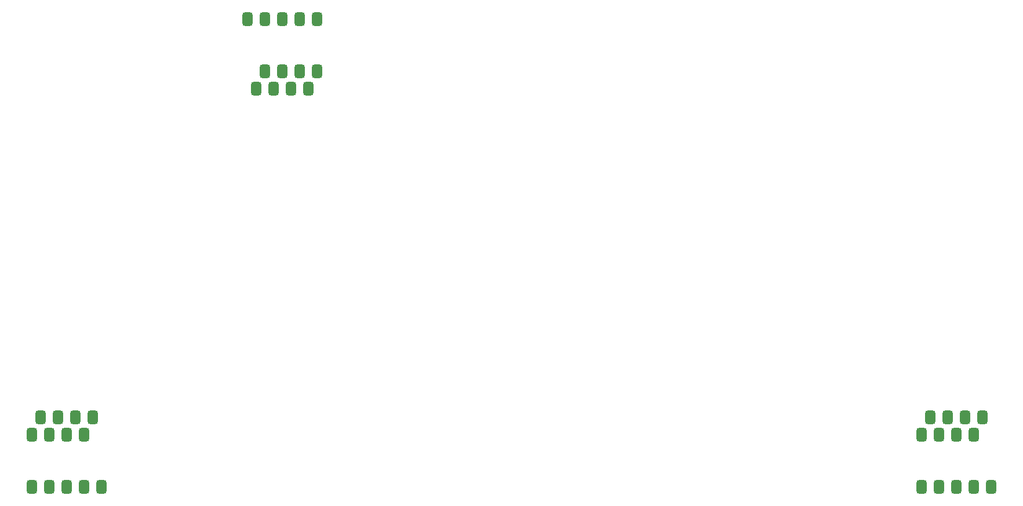
<source format=gbp>
G04*
G04 #@! TF.GenerationSoftware,Altium Limited,Altium Designer,21.2.2 (38)*
G04*
G04 Layer_Color=128*
%FSLAX44Y44*%
%MOMM*%
G71*
G04*
G04 #@! TF.SameCoordinates,5FF3B01B-9308-42A9-B2BD-2142B56AF961*
G04*
G04*
G04 #@! TF.FilePolarity,Positive*
G04*
G01*
G75*
G04:AMPARAMS|DCode=44|XSize=2mm|YSize=1.5mm|CornerRadius=0.375mm|HoleSize=0mm|Usage=FLASHONLY|Rotation=90.000|XOffset=0mm|YOffset=0mm|HoleType=Round|Shape=RoundedRectangle|*
%AMROUNDEDRECTD44*
21,1,2.0000,0.7500,0,0,90.0*
21,1,1.2500,1.5000,0,0,90.0*
1,1,0.7500,0.3750,0.6250*
1,1,0.7500,0.3750,-0.6250*
1,1,0.7500,-0.3750,-0.6250*
1,1,0.7500,-0.3750,0.6250*
%
%ADD44ROUNDEDRECTD44*%
D44*
X1661176Y1744070D02*
D03*
X1711976Y1667870D02*
D03*
X1737377D02*
D03*
X1686577D02*
D03*
X1762776D02*
D03*
X1661176D02*
D03*
X1673876Y1769470D02*
D03*
X1750076D02*
D03*
X1724677D02*
D03*
X1711976Y1744070D02*
D03*
X1699276Y1769470D02*
D03*
X1686577Y1744070D02*
D03*
X1737377D02*
D03*
X2961189D02*
D03*
X3011989Y1667870D02*
D03*
X3037389D02*
D03*
X2986589D02*
D03*
X3062789D02*
D03*
X2961189D02*
D03*
X2973889Y1769470D02*
D03*
X3050089D02*
D03*
X3024689D02*
D03*
X3011989Y1744070D02*
D03*
X2999289Y1769470D02*
D03*
X2986589Y1744070D02*
D03*
X3037389D02*
D03*
X2078414Y2274370D02*
D03*
X2027614Y2350570D02*
D03*
X2002213D02*
D03*
X2053013D02*
D03*
X1976814D02*
D03*
X2078414D02*
D03*
X2065714Y2248970D02*
D03*
X1989514D02*
D03*
X2014913D02*
D03*
X2027614Y2274370D02*
D03*
X2040314Y2248970D02*
D03*
X2053013Y2274370D02*
D03*
X2002213D02*
D03*
M02*

</source>
